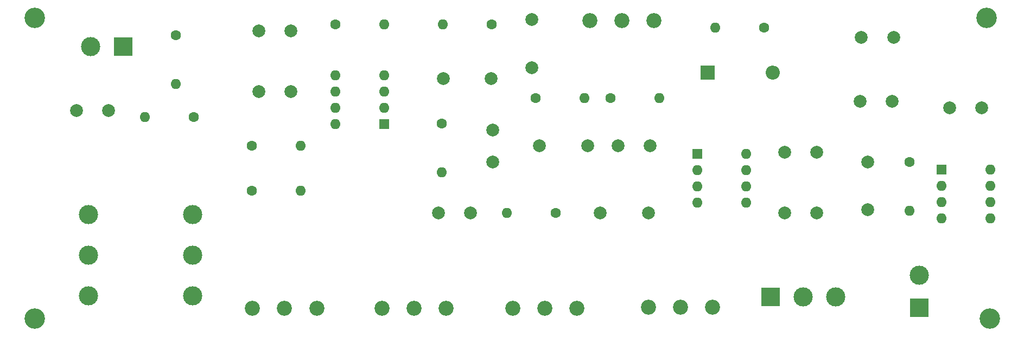
<source format=gts>
G04 #@! TF.GenerationSoftware,KiCad,Pcbnew,8.0.6*
G04 #@! TF.CreationDate,2025-09-24T23:59:31-06:00*
G04 #@! TF.ProjectId,GuitarAmplifier,47756974-6172-4416-9d70-6c6966696572,0*
G04 #@! TF.SameCoordinates,Original*
G04 #@! TF.FileFunction,Soldermask,Top*
G04 #@! TF.FilePolarity,Negative*
%FSLAX46Y46*%
G04 Gerber Fmt 4.6, Leading zero omitted, Abs format (unit mm)*
G04 Created by KiCad (PCBNEW 8.0.6) date 2025-09-24 23:59:31*
%MOMM*%
%LPD*%
G01*
G04 APERTURE LIST*
%ADD10C,2.000000*%
%ADD11C,1.600000*%
%ADD12O,1.600000X1.600000*%
%ADD13C,3.200000*%
%ADD14R,3.000000X3.000000*%
%ADD15C,3.000000*%
%ADD16C,2.340000*%
%ADD17R,1.600000X1.600000*%
%ADD18R,2.200000X2.200000*%
%ADD19O,2.200000X2.200000*%
G04 APERTURE END LIST*
D10*
X168750000Y-127500000D03*
X176250000Y-127500000D03*
D11*
X138880000Y-145000000D03*
D12*
X146500000Y-145000000D03*
D10*
X182600000Y-118250000D03*
X182600000Y-125750000D03*
D13*
X254000000Y-165000000D03*
D11*
X151880000Y-119000000D03*
D12*
X159500000Y-119000000D03*
D10*
X235000000Y-140500000D03*
X235000000Y-148000000D03*
X201000000Y-138000000D03*
X196000000Y-138000000D03*
D13*
X105000000Y-118000000D03*
D10*
X183750000Y-138000000D03*
X191250000Y-138000000D03*
X140000000Y-129500000D03*
X145000000Y-129500000D03*
X227000000Y-148500000D03*
X222000000Y-148500000D03*
D11*
X129810000Y-133500000D03*
D12*
X122190000Y-133500000D03*
D14*
X243000000Y-163280000D03*
D15*
X243000000Y-158200000D03*
D14*
X118790000Y-122500000D03*
D15*
X113710000Y-122500000D03*
D16*
X201600000Y-118400000D03*
X196600000Y-118400000D03*
X191600000Y-118400000D03*
D10*
X233750000Y-131000000D03*
X238750000Y-131000000D03*
D11*
X127000000Y-120690000D03*
D12*
X127000000Y-128310000D03*
D11*
X241500000Y-140500000D03*
D12*
X241500000Y-148120000D03*
D15*
X113385000Y-155085000D03*
X129615000Y-155085000D03*
X113385000Y-148735000D03*
X129615000Y-148735000D03*
X113385000Y-161435000D03*
X129615000Y-161435000D03*
D10*
X247750000Y-132000000D03*
X252750000Y-132000000D03*
D13*
X253500000Y-118000000D03*
D10*
X116500000Y-132500000D03*
X111500000Y-132500000D03*
X227000000Y-139000000D03*
X222000000Y-139000000D03*
D11*
X218810000Y-119500000D03*
D12*
X211190000Y-119500000D03*
D16*
X159200000Y-163400000D03*
X164200000Y-163400000D03*
X169200000Y-163400000D03*
D11*
X183190000Y-130500000D03*
D12*
X190810000Y-130500000D03*
D16*
X179600000Y-163400000D03*
X184600000Y-163400000D03*
X189600000Y-163400000D03*
D14*
X219800000Y-161600000D03*
D15*
X224880000Y-161600000D03*
X229960000Y-161600000D03*
D11*
X194880000Y-130500000D03*
D12*
X202500000Y-130500000D03*
D17*
X208380000Y-139200000D03*
D12*
X208380000Y-141740000D03*
X208380000Y-144280000D03*
X208380000Y-146820000D03*
X216000000Y-146820000D03*
X216000000Y-144280000D03*
X216000000Y-141740000D03*
X216000000Y-139200000D03*
D10*
X193250000Y-148500000D03*
X200750000Y-148500000D03*
X145000000Y-120000000D03*
X140000000Y-120000000D03*
D11*
X168500000Y-134500000D03*
D12*
X168500000Y-142120000D03*
D10*
X168000000Y-148500000D03*
X173000000Y-148500000D03*
D11*
X176310000Y-119000000D03*
D12*
X168690000Y-119000000D03*
D11*
X186310000Y-148500000D03*
D12*
X178690000Y-148500000D03*
D17*
X246450000Y-141700000D03*
D12*
X246450000Y-144240000D03*
X246450000Y-146780000D03*
X246450000Y-149320000D03*
X254070000Y-149320000D03*
X254070000Y-146780000D03*
X254070000Y-144240000D03*
X254070000Y-141700000D03*
D10*
X176500000Y-140500000D03*
X176500000Y-135500000D03*
X234000000Y-121000000D03*
X239000000Y-121000000D03*
D18*
X210000000Y-126500000D03*
D19*
X220160000Y-126500000D03*
D16*
X200800000Y-163200000D03*
X205800000Y-163200000D03*
X210800000Y-163200000D03*
D11*
X138880000Y-138000000D03*
D12*
X146500000Y-138000000D03*
D13*
X105000000Y-165000000D03*
D16*
X139000000Y-163400000D03*
X144000000Y-163400000D03*
X149000000Y-163400000D03*
D17*
X159500000Y-134580000D03*
D12*
X159500000Y-132040000D03*
X159500000Y-129500000D03*
X159500000Y-126960000D03*
X151880000Y-126960000D03*
X151880000Y-129500000D03*
X151880000Y-132040000D03*
X151880000Y-134580000D03*
M02*

</source>
